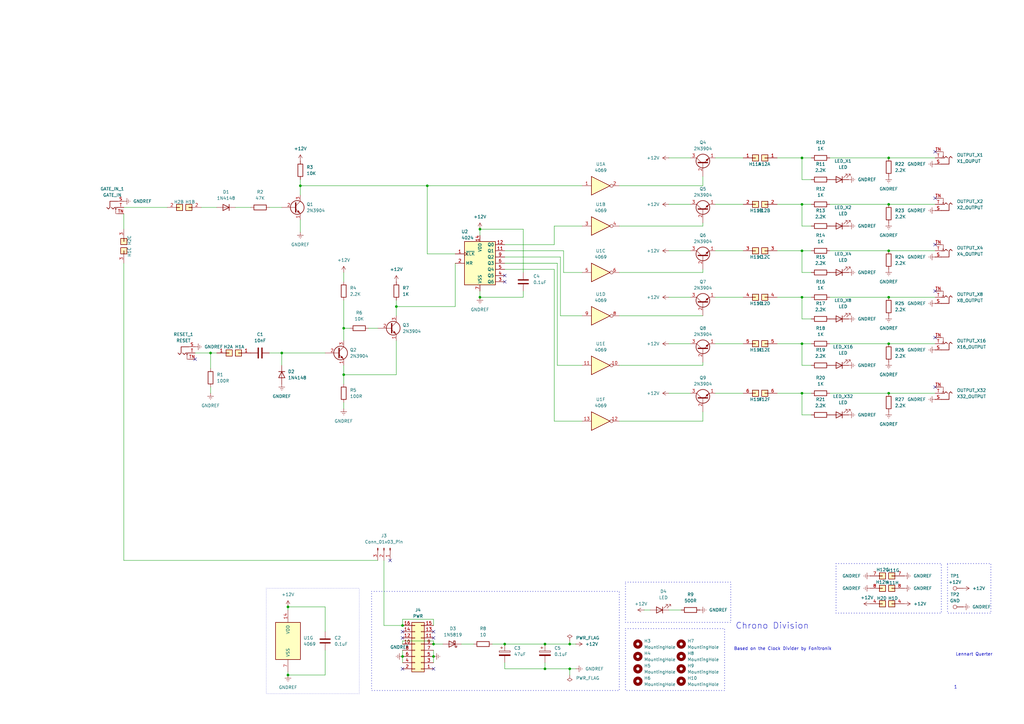
<source format=kicad_sch>
(kicad_sch (version 20231120) (generator "eeschema") (generator_version "8.0")
  (paper "A3")
  (junction (at 196.85 93.98))
  (junction (at 115.57 144.78))
  (junction (at 118.11 248.92))
  (junction (at 233.68 274.32))
  (junction (at 118.11 276.86))
  (junction (at 165.1 269.24))
  (junction (at 364.49 161.29))
  (junction (at 123.19 76.2))
  (junction (at 162.56 125.73))
  (junction (at 175.26 76.2))
  (junction (at 328.93 140.97))
  (junction (at 364.49 140.97))
  (junction (at 364.49 102.87))
  (junction (at 223.52 264.16))
  (junction (at 196.85 121.92))
  (junction (at 233.68 264.16))
  (junction (at 140.97 153.67))
  (junction (at 364.49 83.82))
  (junction (at 328.93 161.29))
  (junction (at 207.01 264.16))
  (junction (at 177.8 264.16))
  (junction (at 364.49 64.77))
  (junction (at 177.8 269.24))
  (junction (at 165.1 256.54))
  (junction (at 223.52 274.32))
  (junction (at 328.93 64.77))
  (junction (at 140.97 134.62))
  (junction (at 86.36 144.78))
  (junction (at 328.93 83.82))
  (junction (at 328.93 102.87))
  (junction (at 364.49 121.92))
  (junction (at 328.93 121.92))
  (no_connect (at 177.8 261.62))
  (no_connect (at 383.54 62.23))
  (no_connect (at 165.1 274.32))
  (no_connect (at 80.01 147.32))
  (no_connect (at 383.54 158.75))
  (no_connect (at 383.54 100.33))
  (no_connect (at 177.8 274.32))
  (no_connect (at 383.54 138.43))
  (no_connect (at 383.54 81.28))
  (no_connect (at 207.01 115.57))
  (no_connect (at 207.01 113.03))
  (no_connect (at 383.54 119.38))
  (no_connect (at 165.1 261.62))
  (no_connect (at 177.8 259.08))
  (no_connect (at 160.02 229.87))
  (no_connect (at 165.1 259.08))
  (wire (pts (xy 207.01 102.87) (xy 231.14 102.87)))
  (wire (pts (xy 140.97 134.62) (xy 140.97 139.7)))
  (wire (pts (xy 123.19 73.66) (xy 123.19 76.2)))
  (wire (pts (xy 227.33 92.71) (xy 238.76 92.71)))
  (wire (pts (xy 133.35 276.86) (xy 118.11 276.86)))
  (wire (pts (xy 207.01 105.41) (xy 229.87 105.41)))
  (wire (pts (xy 264.16 250.19) (xy 266.7 250.19)))
  (wire (pts (xy 328.93 161.29) (xy 328.93 170.18)))
  (wire (pts (xy 340.36 102.87) (xy 364.49 102.87)))
  (wire (pts (xy 293.37 121.92) (xy 304.8 121.92)))
  (wire (pts (xy 177.8 269.24) (xy 177.8 271.78)))
  (wire (pts (xy 207.01 271.78) (xy 207.01 274.32)))
  (wire (pts (xy 140.97 149.86) (xy 140.97 153.67)))
  (wire (pts (xy 227.33 100.33) (xy 227.33 92.71)))
  (wire (pts (xy 229.87 105.41) (xy 229.87 129.54)))
  (wire (pts (xy 207.01 264.16) (xy 223.52 264.16)))
  (wire (pts (xy 233.68 274.32) (xy 236.22 274.32)))
  (wire (pts (xy 328.93 102.87) (xy 332.74 102.87)))
  (wire (pts (xy 328.93 140.97) (xy 332.74 140.97)))
  (wire (pts (xy 231.14 111.76) (xy 238.76 111.76)))
  (wire (pts (xy 227.33 172.72) (xy 238.76 172.72)))
  (wire (pts (xy 274.32 64.77) (xy 283.21 64.77)))
  (wire (pts (xy 207.01 110.49) (xy 227.33 110.49)))
  (wire (pts (xy 274.32 161.29) (xy 283.21 161.29)))
  (wire (pts (xy 162.56 153.67) (xy 140.97 153.67)))
  (wire (pts (xy 328.93 64.77) (xy 328.93 73.66)))
  (wire (pts (xy 254 76.2) (xy 288.29 76.2)))
  (wire (pts (xy 162.56 139.7) (xy 162.56 153.67)))
  (wire (pts (xy 82.55 85.09) (xy 88.9 85.09)))
  (wire (pts (xy 233.68 262.89) (xy 233.68 264.16)))
  (wire (pts (xy 318.77 161.29) (xy 328.93 161.29)))
  (wire (pts (xy 318.77 140.97) (xy 328.93 140.97)))
  (wire (pts (xy 181.61 264.16) (xy 177.8 264.16)))
  (wire (pts (xy 140.97 134.62) (xy 143.51 134.62)))
  (wire (pts (xy 186.69 104.14) (xy 175.26 104.14)))
  (wire (pts (xy 328.93 130.81) (xy 332.74 130.81)))
  (wire (pts (xy 115.57 144.78) (xy 115.57 149.86)))
  (wire (pts (xy 162.56 125.73) (xy 162.56 129.54)))
  (wire (pts (xy 175.26 76.2) (xy 123.19 76.2)))
  (wire (pts (xy 140.97 167.64) (xy 140.97 165.1)))
  (wire (pts (xy 115.57 144.78) (xy 110.49 144.78)))
  (wire (pts (xy 207.01 274.32) (xy 223.52 274.32)))
  (wire (pts (xy 364.49 64.77) (xy 383.54 64.77)))
  (wire (pts (xy 86.36 144.78) (xy 88.9 144.78)))
  (wire (pts (xy 86.36 144.78) (xy 86.36 151.13)))
  (wire (pts (xy 288.29 149.86) (xy 288.29 148.59)))
  (wire (pts (xy 288.29 76.2) (xy 288.29 72.39)))
  (wire (pts (xy 254 92.71) (xy 288.29 92.71)))
  (wire (pts (xy 175.26 76.2) (xy 175.26 104.14)))
  (wire (pts (xy 50.8 87.63) (xy 50.8 93.98)))
  (wire (pts (xy 328.93 73.66) (xy 332.74 73.66)))
  (wire (pts (xy 293.37 64.77) (xy 304.8 64.77)))
  (wire (pts (xy 162.56 123.19) (xy 162.56 125.73)))
  (wire (pts (xy 279.4 250.19) (xy 274.32 250.19)))
  (wire (pts (xy 288.29 91.44) (xy 288.29 92.71)))
  (wire (pts (xy 118.11 248.92) (xy 118.11 250.19)))
  (wire (pts (xy 177.8 264.16) (xy 177.8 262.89)))
  (wire (pts (xy 328.93 140.97) (xy 328.93 149.86)))
  (wire (pts (xy 228.6 107.95) (xy 228.6 149.86)))
  (wire (pts (xy 151.13 134.62) (xy 154.94 134.62)))
  (wire (pts (xy 293.37 161.29) (xy 304.8 161.29)))
  (wire (pts (xy 364.49 140.97) (xy 383.54 140.97)))
  (wire (pts (xy 165.1 266.7) (xy 165.1 269.24)))
  (wire (pts (xy 214.63 111.76) (xy 214.63 93.98)))
  (wire (pts (xy 133.35 259.08) (xy 133.35 248.92)))
  (wire (pts (xy 328.93 83.82) (xy 332.74 83.82)))
  (wire (pts (xy 318.77 121.92) (xy 328.93 121.92)))
  (wire (pts (xy 288.29 149.86) (xy 254 149.86)))
  (wire (pts (xy 229.87 129.54) (xy 238.76 129.54)))
  (wire (pts (xy 123.19 76.2) (xy 123.19 80.01)))
  (wire (pts (xy 165.1 269.24) (xy 165.1 271.78)))
  (wire (pts (xy 274.32 121.92) (xy 283.21 121.92)))
  (wire (pts (xy 177.8 266.7) (xy 177.8 269.24)))
  (wire (pts (xy 340.36 161.29) (xy 364.49 161.29)))
  (wire (pts (xy 328.93 102.87) (xy 328.93 111.76)))
  (wire (pts (xy 177.8 256.54) (xy 177.8 254)))
  (wire (pts (xy 140.97 153.67) (xy 140.97 157.48)))
  (wire (pts (xy 214.63 119.38) (xy 214.63 121.92)))
  (wire (pts (xy 228.6 149.86) (xy 238.76 149.86)))
  (wire (pts (xy 177.8 262.89) (xy 165.1 262.89)))
  (wire (pts (xy 288.29 129.54) (xy 254 129.54)))
  (wire (pts (xy 80.01 144.78) (xy 86.36 144.78)))
  (wire (pts (xy 274.32 140.97) (xy 283.21 140.97)))
  (wire (pts (xy 50.8 85.09) (xy 68.58 85.09)))
  (wire (pts (xy 340.36 140.97) (xy 364.49 140.97)))
  (wire (pts (xy 223.52 271.78) (xy 223.52 274.32)))
  (wire (pts (xy 186.69 125.73) (xy 162.56 125.73)))
  (wire (pts (xy 186.69 107.95) (xy 186.69 125.73)))
  (wire (pts (xy 328.93 83.82) (xy 328.93 92.71)))
  (wire (pts (xy 50.8 107.95) (xy 50.8 229.87)))
  (wire (pts (xy 233.68 276.86) (xy 233.68 274.32)))
  (wire (pts (xy 231.14 102.87) (xy 231.14 111.76)))
  (wire (pts (xy 318.77 102.87) (xy 328.93 102.87)))
  (wire (pts (xy 233.68 264.16) (xy 236.22 264.16)))
  (wire (pts (xy 288.29 111.76) (xy 254 111.76)))
  (wire (pts (xy 274.32 102.87) (xy 283.21 102.87)))
  (wire (pts (xy 201.93 264.16) (xy 207.01 264.16)))
  (wire (pts (xy 154.94 229.87) (xy 50.8 229.87)))
  (wire (pts (xy 123.19 95.25) (xy 123.19 90.17)))
  (wire (pts (xy 223.52 274.32) (xy 233.68 274.32)))
  (wire (pts (xy 157.48 256.54) (xy 165.1 256.54)))
  (wire (pts (xy 207.01 100.33) (xy 227.33 100.33)))
  (wire (pts (xy 328.93 111.76) (xy 332.74 111.76)))
  (wire (pts (xy 227.33 110.49) (xy 227.33 172.72)))
  (wire (pts (xy 140.97 123.19) (xy 140.97 134.62)))
  (wire (pts (xy 133.35 266.7) (xy 133.35 276.86)))
  (wire (pts (xy 118.11 276.86) (xy 118.11 275.59)))
  (wire (pts (xy 318.77 83.82) (xy 328.93 83.82)))
  (wire (pts (xy 318.77 64.77) (xy 328.93 64.77)))
  (wire (pts (xy 328.93 121.92) (xy 328.93 130.81)))
  (wire (pts (xy 274.32 83.82) (xy 283.21 83.82)))
  (wire (pts (xy 293.37 140.97) (xy 304.8 140.97)))
  (wire (pts (xy 328.93 161.29) (xy 332.74 161.29)))
  (wire (pts (xy 328.93 92.71) (xy 332.74 92.71)))
  (wire (pts (xy 223.52 264.16) (xy 233.68 264.16)))
  (wire (pts (xy 328.93 121.92) (xy 332.74 121.92)))
  (wire (pts (xy 328.93 64.77) (xy 332.74 64.77)))
  (wire (pts (xy 364.49 83.82) (xy 383.54 83.82)))
  (wire (pts (xy 140.97 111.76) (xy 140.97 115.57)))
  (wire (pts (xy 288.29 172.72) (xy 288.29 168.91)))
  (wire (pts (xy 328.93 170.18) (xy 332.74 170.18)))
  (wire (pts (xy 214.63 93.98) (xy 196.85 93.98)))
  (wire (pts (xy 328.93 149.86) (xy 332.74 149.86)))
  (wire (pts (xy 254 172.72) (xy 288.29 172.72)))
  (wire (pts (xy 196.85 119.38) (xy 196.85 121.92)))
  (wire (pts (xy 364.49 121.92) (xy 383.54 121.92)))
  (wire (pts (xy 165.1 254) (xy 165.1 256.54)))
  (wire (pts (xy 293.37 83.82) (xy 304.8 83.82)))
  (wire (pts (xy 340.36 64.77) (xy 364.49 64.77)))
  (wire (pts (xy 238.76 76.2) (xy 175.26 76.2)))
  (wire (pts (xy 207.01 107.95) (xy 228.6 107.95)))
  (wire (pts (xy 177.8 254) (xy 165.1 254)))
  (wire (pts (xy 364.49 102.87) (xy 383.54 102.87)))
  (wire (pts (xy 293.37 102.87) (xy 304.8 102.87)))
  (wire (pts (xy 340.36 83.82) (xy 364.49 83.82)))
  (wire (pts (xy 86.36 161.29) (xy 86.36 158.75)))
  (wire (pts (xy 133.35 144.78) (xy 115.57 144.78)))
  (wire (pts (xy 189.23 264.16) (xy 194.31 264.16)))
  (wire (pts (xy 288.29 111.76) (xy 288.29 110.49)))
  (wire (pts (xy 110.49 85.09) (xy 115.57 85.09)))
  (wire (pts (xy 157.48 229.87) (xy 157.48 256.54)))
  (wire (pts (xy 133.35 248.92) (xy 118.11 248.92)))
  (wire (pts (xy 364.49 161.29) (xy 383.54 161.29)))
  (wire (pts (xy 196.85 93.98) (xy 196.85 96.52)))
  (wire (pts (xy 165.1 262.89) (xy 165.1 264.16)))
  (wire (pts (xy 196.85 121.92) (xy 214.63 121.92)))
  (wire (pts (xy 340.36 121.92) (xy 364.49 121.92)))
  (wire (pts (xy 96.52 85.09) (xy 102.87 85.09)))
  (rectangle (start 256.54 257.81) (end 297.18 283.21) (stroke (width 0.25) (type dot)))
  (rectangle (start 256.54 238.76) (end 299.72 255.27) (stroke (width 0.25) (type dot)))
  (rectangle (start 109.22 241.3) (end 147.32 284.48) (stroke (width 0) (type dot)))
  (rectangle (start 388.62 231.14) (end 406.4 251.46) (stroke (width 0.254) (type dot)))
  (rectangle (start 152.4 242.57) (end 254 283.21) (stroke (width 0.25) (type dot)))
  (rectangle (start 342.9 231.14) (end 386.08 251.46) (stroke (width 0.254) (type dot)))
  (text "Based on the Clock Divider by Fonitronik" (at 321.056 266.192 0) (effects (font (size 1.27 1.27))))
  (text "Chrono Division" (at 316.738 256.794 0) (effects (font (size 2.54 2.54))))
  (text "1" (at 391.922 281.94 0) (effects (font (size 1.27 1.27))))
  (text "Lennart Querter" (at 399.542 268.478 0) (effects (font (size 1.27 1.27))))
  (symbol (lib_id "power:GNDREF") (at 80.01 142.24 90) (unit 1)
    (property "Reference" "#PWR02" (effects (hide yes)))
    (property "Value" "GNDREF" (at 83.82 142.2399 90) (effects (justify right)))
    (property "Description" "Power symbol creates a global label with name \"GNDREF\" , reference supply ground" (effects (hide yes)))
  )
  (symbol (lib_id "synth:R_Default") (at 336.55 111.76 270) (unit 1)
    (property "Reference" "R15" (at 336.55 105.41 90))
    (property "Value" "2.2K" (at 336.55 107.95 90))
    (property "Footprint" "Synth:R_Default (DIN0207)" (effects (hide yes)))
    (property "Description" "Resistor" (effects (hide yes)))
  )
  (symbol (lib_id "synth:PinSocket_01x08") (at 365.76 236.22 180) (unit 7)
    (property "Reference" "H11" (at 366.268 233.934 0))
    (property "Value" "H4" (effects (hide yes)))
    (property "Footprint" "Synth:PinSocket_1x08_P2.54mm_Vertical" (effects (hide yes)))
    (property "Description" "Generic connector, single row, 01x01, script generated (kicad-library-utils/schlib/autogen/connector/)" (effects (hide yes)))
  )
  (symbol (lib_id "Transistor_BJT:2N3904") (at 288.29 163.83 90) (unit 1)
    (property "Reference" "Q9" (at 288.29 154.94 90))
    (property "Value" "2N3904" (at 288.29 157.48 90))
    (property "Footprint" "Package_TO_SOT_THT:TO-92_HandSolder" (effects (hide yes)))
    (property "Datasheet" "https://www.onsemi.com/pub/Collateral/2N3903-D.PDF" (effects (hide yes)))
    (property "Description" "0.2A Ic, 40V Vce, Small Signal NPN Transistor, TO-92" (effects (hide yes)))
  )
  (symbol (lib_id "4xxx:4069") (at 246.38 111.76 0) (unit 3)
    (property "Reference" "U1" (at 246.38 102.87 0))
    (property "Value" "4069" (at 246.38 105.41 0))
    (property "Footprint" "Package_DIP:DIP-14_W7.62mm_Socket_LongPads" (effects (hide yes)))
    (property "Datasheet" "http://www.intersil.com/content/dam/Intersil/documents/cd40/cd4069ubms.pdf" (effects (hide yes)))
    (property "Description" "Hex inverter" (effects (hide yes)))
  )
  (symbol (lib_id "synth:LED (5mm)") (at 344.17 170.18 180) (unit 1)
    (property "Reference" "LED_X32" (at 345.7575 162.56 0))
    (property "Value" "LED" (at 345.7575 165.1 0))
    (property "Footprint" "Synth:LED_D5.0mm (center Aligned)" (effects (hide yes)))
    (property "Description" "Light emitting diode" (effects (hide yes)))
  )
  (symbol (lib_id "power:GNDREF") (at 115.57 157.48 0) (unit 1)
    (property "Reference" "#PWR04" (effects (hide yes)))
    (property "Value" "GNDREF" (at 115.57 162.56 0))
    (property "Description" "Power symbol creates a global label with name \"GNDREF\" , reference supply ground" (effects (hide yes)))
  )
  (symbol (lib_id "4xxx:4069") (at 246.38 149.86 0) (unit 5)
    (property "Reference" "U1" (at 246.38 140.97 0))
    (property "Value" "4069" (at 246.38 143.51 0))
    (property "Footprint" "Package_DIP:DIP-14_W7.62mm_Socket_LongPads" (effects (hide yes)))
    (property "Datasheet" "http://www.intersil.com/content/dam/Intersil/documents/cd40/cd4069ubms.pdf" (effects (hide yes)))
    (property "Description" "Hex inverter" (effects (hide yes)))
  )
  (symbol (lib_id "4xxx:4069") (at 246.38 129.54 0) (unit 4)
    (property "Reference" "U1" (at 246.38 120.65 0))
    (property "Value" "4069" (at 246.38 123.19 0))
    (property "Footprint" "Package_DIP:DIP-14_W7.62mm_Socket_LongPads" (effects (hide yes)))
    (property "Datasheet" "http://www.intersil.com/content/dam/Intersil/documents/cd40/cd4069ubms.pdf" (effects (hide yes)))
    (property "Description" "Hex inverter" (effects (hide yes)))
  )
  (symbol (lib_id "power:GNDREF") (at 86.36 161.29 0) (unit 1)
    (property "Reference" "#PWR03" (effects (hide yes)))
    (property "Value" "GNDREF" (at 86.36 166.37 0))
    (property "Description" "Power symbol creates a global label with name \"GNDREF\" , reference supply ground" (effects (hide yes)))
  )
  (symbol (lib_id "power:GNDREF") (at 347.98 130.81 90) (unit 1)
    (property "Reference" "#PWR029" (effects (hide yes)))
    (property "Value" "GNDREF" (at 351.79 130.8099 90) (effects (justify right)))
    (property "Description" "Power symbol creates a global label with name \"GNDREF\" , reference supply ground" (effects (hide yes)))
  )
  (symbol (lib_id "synth:AudioJack_Mono_3.5mm") (at 388.62 83.82 180) (unit 1)
    (property "Reference" "OUTPUT_X2" (at 392.43 82.6134 0) (effects (justify right)))
    (property "Value" "X2_OUTPUT" (at 392.43 85.1534 0) (effects (justify right)))
    (property "Footprint" "Synth:Jack_3.5mm_QingPu_WQP-PJ398SM_Vertical_CircularHoles" (effects (hide yes)))
    (property "Description" "Audio Jack, 2 Poles (Mono / TS), Switched T Pole (Normalling)" (effects (hide yes)))
  )
  (symbol (lib_id "power:GNDREF") (at 364.49 110.49 0) (unit 1)
    (property "Reference" "#PWR037" (effects (hide yes)))
    (property "Value" "GNDREF" (at 364.49 115.57 0))
    (property "Description" "Power symbol creates a global label with name \"GNDREF\" , reference supply ground" (effects (hide yes)))
  )
  (symbol (lib_id "synth:PinHeader_01x08") (at 313.69 161.29 180) (unit 6)
    (property "Reference" "H12" (at 315.976 163.83 0) (effects (justify left)))
    (property "Value" "H2" (effects (hide yes)))
    (property "Footprint" "Synth:PinHeader_1x08_P2.54mm_Vertical" (effects (hide yes)))
    (property "Description" "Generic connector, single row, 01x01, script generated (kicad-library-utils/schlib/autogen/connector/)" (effects (hide yes)))
  )
  (symbol (lib_id "synth:R_Default") (at 162.56 119.38 180) (unit 1)
    (property "Reference" "R7" (at 165.1 118.1099 0) (effects (justify right)))
    (property "Value" "1K" (at 165.1 120.6499 0) (effects (justify right)))
    (property "Footprint" "Synth:R_Default (DIN0207)" (effects (hide yes)))
    (property "Description" "Resistor" (effects (hide yes)))
  )
  (symbol (lib_id "synth:PinSocket_01x08") (at 309.88 140.97 0) (unit 5)
    (property "Reference" "H11" (at 307.594 143.51 0) (effects (justify left)))
    (property "Value" "H4" (effects (hide yes)))
    (property "Footprint" "Synth:PinSocket_1x08_P2.54mm_Vertical" (effects (hide yes)))
    (property "Description" "Generic connector, single row, 01x01, script generated (kicad-library-utils/schlib/autogen/connector/)" (effects (hide yes)))
  )
  (symbol (lib_id "synth:PinSocket_01x04") (at 77.47 85.09 180) (unit 2)
    (property "Reference" "H1" (at 77.978 82.804 0))
    (property "Value" "H6" (effects (hide yes)))
    (property "Footprint" "Synth:PinSocket_1x04_P2.54mm_Vertical" (effects (hide yes)))
    (property "Description" "Generic connector, single row, 01x01, script generated (kicad-library-utils/schlib/autogen/connector/)" (effects (hide yes)))
  )
  (symbol (lib_id "power:GNDREF") (at 123.19 95.25 0) (unit 1)
    (property "Reference" "#PWR08" (effects (hide yes)))
    (property "Value" "GNDREF" (at 123.19 100.33 0))
    (property "Description" "Power symbol creates a global label with name \"GNDREF\" , reference supply ground" (effects (hide yes)))
  )
  (symbol (lib_id "synth:AudioJack_Mono_3.5mm") (at 388.62 121.92 180) (unit 1)
    (property "Reference" "OUTPUT_X8" (at 392.43 120.7134 0) (effects (justify right)))
    (property "Value" "X8_OUTPUT" (at 392.43 123.2534 0) (effects (justify right)))
    (property "Footprint" "Synth:Jack_3.5mm_QingPu_WQP-PJ398SM_Vertical_CircularHoles" (effects (hide yes)))
    (property "Description" "Audio Jack, 2 Poles (Mono / TS), Switched T Pole (Normalling)" (effects (hide yes)))
  )
  (symbol (lib_id "synth:R_Default") (at 123.19 69.85 180) (unit 1)
    (property "Reference" "R3" (at 125.73 68.5799 0) (effects (justify right)))
    (property "Value" "10K" (at 125.73 71.1199 0) (effects (justify right)))
    (property "Footprint" "Synth:R_Default (DIN0207)" (effects (hide yes)))
    (property "Description" "Resistor" (effects (hide yes)))
  )
  (symbol (lib_id "Transistor_BJT:2N3904") (at 288.29 124.46 90) (unit 1)
    (property "Reference" "Q7" (at 288.29 115.57 90))
    (property "Value" "2N3904" (at 288.29 118.11 90))
    (property "Footprint" "Package_TO_SOT_THT:TO-92_HandSolder" (effects (hide yes)))
    (property "Datasheet" "https://www.onsemi.com/pub/Collateral/2N3903-D.PDF" (effects (hide yes)))
    (property "Description" "0.2A Ic, 40V Vce, Small Signal NPN Transistor, TO-92" (effects (hide yes)))
  )
  (symbol (lib_id "synth:PinSocket_01x08") (at 309.88 83.82 0) (unit 2)
    (property "Reference" "H11" (at 307.594 86.36 0) (effects (justify left)))
    (property "Value" "H4" (effects (hide yes)))
    (property "Footprint" "Synth:PinSocket_1x08_P2.54mm_Vertical" (effects (hide yes)))
    (property "Description" "Generic connector, single row, 01x01, script generated (kicad-library-utils/schlib/autogen/connector/)" (effects (hide yes)))
  )
  (symbol (lib_id "power:+12V") (at 274.32 64.77 90) (unit 1)
    (property "Reference" "#PWR019" (effects (hide yes)))
    (property "Value" "+12V" (at 270.51 64.7699 90) (effects (justify left)))
    (property "Description" "Power symbol creates a global label with name \"+12V\"" (effects (hide yes)))
  )
  (symbol (lib_id "power:GNDREF") (at 383.54 67.31 270) (unit 1)
    (property "Reference" "#PWR044" (effects (hide yes)))
    (property "Value" "GNDREF" (at 379.73 67.3099 90) (effects (justify right)))
    (property "Description" "Power symbol creates a global label with name \"GNDREF\" , reference supply ground" (effects (hide yes)))
  )
  (symbol (lib_id "Transistor_BJT:2N3904") (at 288.29 67.31 90) (unit 1)
    (property "Reference" "Q4" (at 288.29 58.42 90))
    (property "Value" "2N3904" (at 288.29 60.96 90))
    (property "Footprint" "Package_TO_SOT_THT:TO-92_HandSolder" (effects (hide yes)))
    (property "Datasheet" "https://www.onsemi.com/pub/Collateral/2N3903-D.PDF" (effects (hide yes)))
    (property "Description" "0.2A Ic, 40V Vce, Small Signal NPN Transistor, TO-92" (effects (hide yes)))
  )
  (symbol (lib_id "power:+12V") (at 274.32 140.97 90) (unit 1)
    (property "Reference" "#PWR023" (effects (hide yes)))
    (property "Value" "+12V" (at 270.51 140.9699 90) (effects (justify left)))
    (property "Description" "Power symbol creates a global label with name \"+12V\"" (effects (hide yes)))
  )
  (symbol (lib_id "synth:AudioJack_Mono_3.5mm") (at 388.62 102.87 180) (unit 1)
    (property "Reference" "OUTPUT_X4" (at 392.43 101.6634 0) (effects (justify right)))
    (property "Value" "X4_OUTPUT" (at 392.43 104.2034 0) (effects (justify right)))
    (property "Footprint" "Synth:Jack_3.5mm_QingPu_WQP-PJ398SM_Vertical_CircularHoles" (effects (hide yes)))
    (property "Description" "Audio Jack, 2 Poles (Mono / TS), Switched T Pole (Normalling)" (effects (hide yes)))
  )
  (symbol (lib_id "synth:D_Signal (1N4148)") (at 92.71 85.09 180) (unit 1)
    (property "Reference" "D1" (at 92.71 78.74 0))
    (property "Value" "1N4148" (at 92.71 81.28 0))
    (property "Footprint" "Synth:D_DO-35_SOD27_P7.62mm_Horizontal" (effects (hide yes)))
    (property "Datasheet" "https://assets.nexperia.com/documents/data-sheet/1N4148_1N4448.pdf" (effects (hide yes)))
    (property "Description" "100V 0.15A standard switching diode, DO-35" (effects (hide yes)))
    (property "Sim.Device" "D" (effects (hide yes)))
    (property "Sim.Pins" "1=K 2=A" (effects (hide yes)))
  )
  (symbol (lib_id "synth:R_Default") (at 336.55 92.71 270) (unit 1)
    (property "Reference" "R13" (at 336.55 86.36 90))
    (property "Value" "2.2K" (at 336.55 88.9 90))
    (property "Footprint" "Synth:R_Default (DIN0207)" (effects (hide yes)))
    (property "Description" "Resistor" (effects (hide yes)))
  )
  (symbol (lib_id "power:GNDREF") (at 364.49 91.44 0) (unit 1)
    (property "Reference" "#PWR036" (effects (hide yes)))
    (property "Value" "GNDREF" (at 364.49 96.52 0))
    (property "Description" "Power symbol creates a global label with name \"GNDREF\" , reference supply ground" (effects (hide yes)))
  )
  (symbol (lib_id "Mechanical:MountingHole") (at 279.4 274.32 0) (unit 1) (exclude_from_sim yes) (in_bom no)
    (property "Reference" "H9" (at 281.94 273.0499 0) (effects (justify left)))
    (property "Value" "MountingHole" (at 281.94 275.5899 0) (effects (justify left)))
    (property "Footprint" "MountingHole:MountingHole_3.2mm_M3" (effects (hide yes)))
    (property "Description" "Mounting Hole without connection" (effects (hide yes)))
  )
  (symbol (lib_id "power:+12V") (at 123.19 66.04 0) (unit 1)
    (property "Reference" "#PWR07" (effects (hide yes)))
    (property "Value" "+12V" (at 123.19 60.96 0))
    (property "Description" "Power symbol creates a global label with name \"+12V\"" (effects (hide yes)))
  )
  (symbol (lib_id "Device:C") (at 133.35 262.89 0) (unit 1)
    (property "Reference" "C2" (at 137.16 261.6199 0) (effects (justify left)))
    (property "Value" "0.1uF" (at 137.16 264.1599 0) (effects (justify left)))
    (property "Footprint" "Capacitor_THT:C_Rect_L4.6mm_W2.0mm_P2.50mm_MKS02_FKP02" (effects (hide yes)))
    (property "Description" "Unpolarized capacitor" (effects (hide yes)))
  )
  (symbol (lib_id "synth:LED (5mm)") (at 344.17 111.76 180) (unit 1)
    (property "Reference" "LED_X4" (at 345.7575 104.14 0))
    (property "Value" "LED" (at 345.7575 106.68 0))
    (property "Footprint" "Synth:LED_D5.0mm (center Aligned)" (effects (hide yes)))
    (property "Description" "Light emitting diode" (effects (hide yes)))
  )
  (symbol (lib_id "power:GNDREF") (at 383.54 105.41 270) (unit 1)
    (property "Reference" "#PWR046" (effects (hide yes)))
    (property "Value" "GNDREF" (at 379.73 105.4099 90) (effects (justify right)))
    (property "Description" "Power symbol creates a global label with name \"GNDREF\" , reference supply ground" (effects (hide yes)))
  )
  (symbol (lib_id "synth:R_Default") (at 336.55 64.77 270) (unit 1)
    (property "Reference" "R10" (at 336.55 58.42 90))
    (property "Value" "1K" (at 336.55 60.96 90))
    (property "Footprint" "Synth:R_Default (DIN0207)" (effects (hide yes)))
    (property "Description" "Resistor" (effects (hide yes)))
  )
  (symbol (lib_id "synth:PinHeader_01x08") (at 313.69 83.82 180) (unit 2)
    (property "Reference" "H12" (at 315.976 86.36 0) (effects (justify left)))
    (property "Value" "H2" (effects (hide yes)))
    (property "Footprint" "Synth:PinHeader_1x08_P2.54mm_Vertical" (effects (hide yes)))
    (property "Description" "Generic connector, single row, 01x01, script generated (kicad-library-utils/schlib/autogen/connector/)" (effects (hide yes)))
  )
  (symbol (lib_id "synth:R_Default") (at 336.55 161.29 270) (unit 1)
    (property "Reference" "R20" (at 336.55 154.94 90))
    (property "Value" "1K" (at 336.55 157.48 90))
    (property "Footprint" "Synth:R_Default (DIN0207)" (effects (hide yes)))
    (property "Description" "Resistor" (effects (hide yes)))
  )
  (symbol (lib_id "synth:PinHeader_01x08") (at 361.95 236.22 0) (unit 7)
    (property "Reference" "H12" (at 359.41 233.68 0) (effects (justify left)))
    (property "Value" "H2" (effects (hide yes)))
    (property "Footprint" "Synth:PinHeader_1x08_P2.54mm_Vertical" (effects (hide yes)))
    (property "Description" "Generic connector, single row, 01x01, script generated (kicad-library-utils/schlib/autogen/connector/)" (effects (hide yes)))
  )
  (symbol (lib_id "synth:PinHeader_01x04") (at 361.95 247.65 0) (unit 4)
    (property "Reference" "H2" (at 359.664 245.364 0) (effects (justify left)))
    (property "Value" "H5" (effects (hide yes)))
    (property "Footprint" "Synth:PinHeader_1x04_P2.54mm_Vertical" (effects (hide yes)))
    (property "Description" "Generic connector, single row, 01x01, script generated (kicad-library-utils/schlib/autogen/connector/)" (effects (hide yes)))
  )
  (symbol (lib_id "synth:R_Default") (at 364.49 87.63 0) (unit 1)
    (property "Reference" "R23" (at 367.03 86.3599 0) (effects (justify left)))
    (property "Value" "2.2K" (at 367.03 88.8999 0) (effects (justify left)))
    (property "Footprint" "Synth:R_Default (DIN0207)" (effects (hide yes)))
    (property "Description" "Resistor" (effects (hide yes)))
  )
  (symbol (lib_id "power:GNDREF") (at 347.98 149.86 90) (unit 1)
    (property "Reference" "#PWR030" (effects (hide yes)))
    (property "Value" "GNDREF" (at 351.79 149.8599 90) (effects (justify right)))
    (property "Description" "Power symbol creates a global label with name \"GNDREF\" , reference supply ground" (effects (hide yes)))
  )
  (symbol (lib_id "synth:AudioJack_Mono_3.5mm") (at 388.62 161.29 180) (unit 1)
    (property "Reference" "OUTPUT_X32" (at 392.43 160.0834 0) (effects (justify right)))
    (property "Value" "X32_OUTPUT" (at 392.43 162.6234 0) (effects (justify right)))
    (property "Footprint" "Synth:Jack_3.5mm_QingPu_WQP-PJ398SM_Vertical_CircularHoles" (effects (hide yes)))
    (property "Description" "Audio Jack, 2 Poles (Mono / TS), Switched T Pole (Normalling)" (effects (hide yes)))
  )
  (symbol (lib_id "Mechanical:MountingHole") (at 261.62 279.4 0) (unit 1) (exclude_from_sim yes) (in_bom no)
    (property "Reference" "H6" (at 264.16 278.1299 0) (effects (justify left)))
    (property "Value" "MountingHole" (at 264.16 280.6699 0) (effects (justify left)))
    (property "Footprint" "MountingHole:MountingHole_3.2mm_M3" (effects (hide yes)))
    (property "Description" "Mounting Hole without connection" (effects (hide yes)))
  )
  (symbol (lib_id "synth:R_Default") (at 86.36 154.94 180) (unit 1)
    (property "Reference" "R1" (at 88.9 153.6699 0) (effects (justify right)))
    (property "Value" "100R" (at 88.9 156.2099 0) (effects (justify right)))
    (property "Footprint" "Synth:R_Default (DIN0207)" (effects (hide yes)))
    (property "Description" "Resistor" (effects (hide yes)))
  )
  (symbol (lib_id "power:GNDREF") (at 356.87 241.3 270) (unit 1)
    (property "Reference" "#PWR033" (effects (hide yes)))
    (property "Value" "GNDREF" (at 353.06 241.3001 90) (effects (justify right)))
    (property "Description" "Power symbol creates a global label with name \"GNDREF\" , reference supply ground" (effects (hide yes)))
  )
  (symbol (lib_id "power:+12V") (at 370.84 247.65 270) (unit 1)
    (property "Reference" "#PWR043" (effects (hide yes)))
    (property "Value" "+12V" (at 374.65 247.6499 90) (effects (justify left)))
    (property "Description" "Power symbol creates a global label with name \"+12V\"" (effects (hide yes)))
  )
  (symbol (lib_id "Mechanical:MountingHole") (at 279.4 264.16 0) (unit 1) (exclude_from_sim yes) (in_bom no)
    (property "Reference" "H7" (at 281.94 262.8899 0) (effects (justify left)))
    (property "Value" "MountingHole" (at 281.94 265.4299 0) (effects (justify left)))
    (property "Footprint" "MountingHole:MountingHole_3.2mm_M3" (effects (hide yes)))
    (property "Description" "Mounting Hole without connection" (effects (hide yes)))
  )
  (symbol (lib_id "power:GNDREF") (at 383.54 86.36 270) (unit 1)
    (property "Reference" "#PWR045" (effects (hide yes)))
    (property "Value" "GNDREF" (at 379.73 86.3599 90) (effects (justify right)))
    (property "Description" "Power symbol creates a global label with name \"GNDREF\" , reference supply ground" (effects (hide yes)))
  )
  (symbol (lib_id "power:GNDREF") (at 287.02 250.19 90) (unit 1)
    (property "Reference" "#PWR025" (effects (hide yes)))
    (property "Value" "GNDREF" (at 290.83 250.1899 90) (effects (justify right)))
    (property "Description" "Power symbol creates a global label with name \"GNDREF\" , reference supply ground" (effects (hide yes)))
  )
  (symbol (lib_id "synth:PinSocket_01x04") (at 365.76 247.65 180) (unit 4)
    (property "Reference" "H1" (at 366.268 245.364 0))
    (property "Value" "H6" (effects (hide yes)))
    (property "Footprint" "Synth:PinSocket_1x04_P2.54mm_Vertical" (effects (hide yes)))
    (property "Description" "Generic connector, single row, 01x01, script generated (kicad-library-utils/schlib/autogen/connector/)" (effects (hide yes)))
  )
  (symbol (lib_id "Connector:TestPoint") (at 394.97 241.3 90) (unit 1)
    (property "Reference" "TP1" (at 391.668 236.22 90))
    (property "Value" "+12V" (at 391.668 238.76 90))
    (property "Footprint" "Connector_Pin:Pin_D1.0mm_L10.0mm" (effects (hide yes)))
    (property "Description" "test point" (effects (hide yes)))
  )
  (symbol (lib_id "synth:PinSocket_01x08") (at 365.76 241.3 180) (unit 8)
    (property "Reference" "H11" (at 366.014 239.014 0))
    (property "Value" "H4" (effects (hide yes)))
    (property "Footprint" "Synth:PinSocket_1x08_P2.54mm_Vertical" (effects (hide yes)))
    (property "Description" "Generic connector, single row, 01x01, script generated (kicad-library-utils/schlib/autogen/connector/)" (effects (hide yes)))
  )
  (symbol (lib_id "power:+12V") (at 274.32 83.82 90) (unit 1)
    (property "Reference" "#PWR020" (effects (hide yes)))
    (property "Value" "+12V" (at 270.51 83.8199 90) (effects (justify left)))
    (property "Description" "Power symbol creates a global label with name \"+12V\"" (effects (hide yes)))
  )
  (symbol (lib_id "synth:PinSocket_01x08") (at 309.88 161.29 0) (unit 6)
    (property "Reference" "H11" (at 307.594 163.83 0) (effects (justify left)))
    (property "Value" "H4" (effects (hide yes)))
    (property "Footprint" "Synth:PinSocket_1x08_P2.54mm_Vertical" (effects (hide yes)))
    (property "Description" "Generic connector, single row, 01x01, script generated (kicad-library-utils/schlib/autogen/connector/)" (effects (hide yes)))
  )
  (symbol (lib_id "power:GNDREF") (at 347.98 170.18 90) (unit 1)
    (property "Reference" "#PWR031" (effects (hide yes)))
    (property "Value" "GNDREF" (at 351.79 170.1799 90) (effects (justify right)))
    (property "Description" "Power symbol creates a global label with name \"GNDREF\" , reference supply ground" (effects (hide yes)))
  )
  (symbol (lib_id "Mechanical:MountingHole") (at 261.62 269.24 0) (unit 1) (exclude_from_sim yes) (in_bom no)
    (property "Reference" "H4" (at 264.16 267.9699 0) (effects (justify left)))
    (property "Value" "MountingHole" (at 264.16 270.5099 0) (effects (justify left)))
    (property "Footprint" "MountingHole:MountingHole_3.2mm_M3" (effects (hide yes)))
    (property "Description" "Mounting Hole without connection" (effects (hide yes)))
  )
  (symbol (lib_id "synth:AudioJack_Mono_3.5mm") (at 74.93 144.78 0) (unit 1)
    (property "Reference" "RESET_1" (at 75.2475 137.16 0))
    (property "Value" "RESET" (at 75.2475 139.7 0))
    (property "Footprint" "Synth:Jack_3.5mm_QingPu_WQP-PJ398SM_Vertical_CircularHoles" (effects (hide yes)))
    (property "Description" "Audio Jack, 2 Poles (Mono / TS), Switched T Pole (Normalling)" (effects (hide yes)))
  )
  (symbol (lib_id "power:GNDREF") (at 140.97 167.64 0) (unit 1)
    (property "Reference" "#PWR010" (effects (hide yes)))
    (property "Value" "GNDREF" (at 140.97 172.72 0))
    (property "Description" "Power symbol creates a global label with name \"GNDREF\" , reference supply ground" (effects (hide yes)))
  )
  (symbol (lib_id "4xxx_IEEE:4024") (at 196.85 109.22 0) (unit 1)
    (property "Reference" "U2" (at 189.23 94.996 0) (effects (justify left)))
    (property "Value" "4024" (at 189.23 97.536 0) (effects (justify left)))
    (property "Footprint" "Package_DIP:DIP-14_W7.62mm_Socket_LongPads" (effects (hide yes)))
  )
  (symbol (lib_id "power:GNDREF") (at 364.49 148.59 0) (unit 1)
    (property "Reference" "#PWR039" (effects (hide yes)))
    (property "Value" "GNDREF" (at 364.49 153.67 0))
    (property "Description" "Power symbol creates a global label with name \"GNDREF\" , reference supply ground" (effects (hide yes)))
  )
  (symbol (lib_id "power:GNDREF") (at 177.8 269.24 90) (unit 1)
    (property "Reference" "#PWR013" (effects (hide yes)))
    (property "Value" "GNDREF" (effects (hide yes)))
    (property "Description" "Power symbol creates a global label with name \"GNDREF\" , reference supply ground" (effects (hide yes)))
  )
  (symbol (lib_id "Mechanical:MountingHole") (at 261.62 264.16 0) (unit 1) (exclude_from_sim yes) (in_bom no)
    (property "Reference" "H3" (at 264.16 262.8899 0) (effects (justify left)))
    (property "Value" "MountingHole" (at 264.16 265.4299 0) (effects (justify left)))
    (property "Footprint" "MountingHole:MountingHole_3.2mm_M3" (effects (hide yes)))
    (property "Description" "Mounting Hole without connection" (effects (hide yes)))
  )
  (symbol (lib_id "Transistor_BJT:2N3904") (at 138.43 144.78 0) (unit 1)
    (property "Reference" "Q2" (at 143.51 143.5099 0) (effects (justify left)))
    (property "Value" "2N3904" (at 143.51 146.0499 0) (effects (justify left)))
    (property "Footprint" "Package_TO_SOT_THT:TO-92_HandSolder" (effects (hide yes)))
    (property "Datasheet" "https://www.onsemi.com/pub/Collateral/2N3903-D.PDF" (effects (hide yes)))
    (property "Description" "0.2A Ic, 40V Vce, Small Signal NPN Transistor, TO-92" (effects (hide yes)))
  )
  (symbol (lib_id "synth:R_Default") (at 364.49 68.58 0) (unit 1)
    (property "Reference" "R22" (at 367.03 67.3099 0) (effects (justify left)))
    (property "Value" "2.2K" (at 367.03 69.8499 0) (effects (justify left)))
    (property "Footprint" "Synth:R_Default (DIN0207)" (effects (hide yes)))
    (property "Description" "Resistor" (effects (hide yes)))
  )
  (symbol (lib_id "synth:R_Default") (at 336.55 73.66 270) (unit 1)
    (property "Reference" "R11" (at 336.55 67.31 90))
    (property "Value" "2.2K" (at 336.55 69.85 90))
    (property "Footprint" "Synth:R_Default (DIN0207)" (effects (hide yes)))
    (property "Description" "Resistor" (effects (hide yes)))
  )
  (symbol (lib_id "power:+12V") (at 140.97 111.76 0) (unit 1)
    (property "Reference" "#PWR09" (effects (hide yes)))
    (property "Value" "+12V" (at 140.97 106.68 0))
    (property "Description" "Power symbol creates a global label with name \"+12V\"" (effects (hide yes)))
  )
  (symbol (lib_id "Device:R") (at 198.12 264.16 90) (unit 1)
    (property "Reference" "R8" (at 198.12 257.81 90))
    (property "Value" "10" (at 198.12 260.35 90))
    (property "Footprint" "Synth:R_Default (DIN0207)" (effects (hide yes)))
    (property "Description" "Resistor" (effects (hide yes)))
  )
  (symbol (lib_id "synth:D_Signal (1N4148)") (at 115.57 153.67 270) (unit 1)
    (property "Reference" "D2" (at 118.11 152.3999 90) (effects (justify left)))
    (property "Value" "1N4148" (at 118.11 154.9399 90) (effects (justify left)))
    (property "Footprint" "Synth:D_DO-35_SOD27_P7.62mm_Horizontal" (effects (hide yes)))
    (property "Datasheet" "https://assets.nexperia.com/documents/data-sheet/1N4148_1N4448.pdf" (effects (hide yes)))
    (property "Description" "100V 0.15A standard switching diode, DO-35" (effects (hide yes)))
    (property "Sim.Device" "D" (effects (hide yes)))
    (property "Sim.Pins" "1=K 2=A" (effects (hide yes)))
  )
  (symbol (lib_id "power:GNDREF") (at 394.97 248.92 90) (unit 1)
    (property "Reference" "#PWR051" (effects (hide yes)))
    (property "Value" "GNDREF" (at 398.78 248.9199 90) (effects (justify right)))
    (property "Description" "Power symbol creates a global label with name \"GNDREF\" , reference supply ground" (effects (hide yes)))
  )
  (symbol (lib_id "synth:LED (5mm)") (at 344.17 92.71 180) (unit 1)
    (property "Reference" "LED_X2" (at 345.7575 85.09 0))
    (property "Value" "LED" (at 345.7575 87.63 0))
    (property "Footprint" "Synth:LED_D5.0mm (center Aligned)" (effects (hide yes)))
    (property "Description" "Light emitting diode" (effects (hide yes)))
  )
  (symbol (lib_id "synth:R_Default") (at 336.55 170.18 270) (unit 1)
    (property "Reference" "R21" (at 336.55 163.83 90))
    (property "Value" "2.2K" (at 336.55 166.37 90))
    (property "Footprint" "Synth:R_Default (DIN0207)" (effects (hide yes)))
    (property "Description" "Resistor" (effects (hide yes)))
  )
  (symbol (lib_id "Mechanical:MountingHole") (at 279.4 279.4 0) (unit 1) (exclude_from_sim yes) (in_bom no)
    (property "Reference" "H10" (at 281.94 278.1299 0) (effects (justify left)))
    (property "Value" "MountingHole" (at 281.94 280.6699 0) (effects (justify left)))
    (property "Footprint" "MountingHole:MountingHole_3.2mm_M3" (effects (hide yes)))
    (property "Description" "Mounting Hole without connection" (effects (hide yes)))
  )
  (symbol (lib_id "Transistor_BJT:2N3904") (at 288.29 143.51 90) (unit 1)
    (property "Reference" "Q8" (at 288.29 134.62 90))
    (property "Value" "2N3904" (at 288.29 137.16 90))
    (property "Footprint" "Package_TO_SOT_THT:TO-92_HandSolder" (effects (hide yes)))
    (property "Datasheet" "https://www.onsemi.com/pub/Collateral/2N3903-D.PDF" (effects (hide yes)))
    (property "Description" "0.2A Ic, 40V Vce, Small Signal NPN Transistor, TO-92" (effects (hide yes)))
  )
  (symbol (lib_id "4xxx:4069") (at 246.38 92.71 0) (unit 2)
    (property "Reference" "U1" (at 246.38 83.82 0))
    (property "Value" "4069" (at 246.38 86.36 0))
    (property "Footprint" "Package_DIP:DIP-14_W7.62mm_Socket_LongPads" (effects (hide yes)))
    (property "Datasheet" "http://www.intersil.com/content/dam/Intersil/documents/cd40/cd4069ubms.pdf" (effects (hide yes)))
    (property "Description" "Hex inverter" (effects (hide yes)))
  )
  (symbol (lib_id "power:GNDREF") (at 50.8 82.55 90) (unit 1)
    (property "Reference" "#PWR01" (effects (hide yes)))
    (property "Value" "GNDREF" (at 54.61 82.5499 90) (effects (justify right)))
    (property "Description" "Power symbol creates a global label with name \"GNDREF\" , reference supply ground" (effects (hide yes)))
  )
  (symbol (lib_id "synth:C_sm (MKS)") (at 106.68 144.78 90) (unit 1)
    (property "Reference" "C1" (at 106.68 137.16 90))
    (property "Value" "10nF" (at 106.68 139.7 90))
    (property "Footprint" "Synth:C_RECT_WIMA_0.1uF" (effects (hide yes)))
    (property "Description" "Unpolarized capacitor" (effects (hide yes)))
  )
  (symbol (lib_id "power:GNDREF") (at 370.84 236.22 90) (unit 1)
    (property "Reference" "#PWR041" (effects (hide yes)))
    (property "Value" "GNDREF" (at 374.65 236.2201 90) (effects (justify right)))
    (property "Description" "Power symbol creates a global label with name \"GNDREF\" , reference supply ground" (effects (hide yes)))
  )
  (symbol (lib_id "synth:PinSocket_01x04") (at 97.79 144.78 180) (unit 1)
    (property "Reference" "H1" (at 98.298 142.24 0))
    (property "Value" "H6" (effects (hide yes)))
    (property "Footprint" "Synth:PinSocket_1x04_P2.54mm_Vertical" (effects (hide yes)))
    (property "Description" "Generic connector, single row, 01x01, script generated (kicad-library-utils/schlib/autogen/connector/)" (effects (hide yes)))
  )
  (symbol (lib_id "power:GNDREF") (at 370.84 241.3 90) (unit 1)
    (property "Reference" "#PWR042" (effects (hide yes)))
    (property "Value" "GNDREF" (at 374.65 241.3001 90) (effects (justify right)))
    (property "Description" "Power symbol creates a global label with name \"GNDREF\" , reference supply ground" (effects (hide yes)))
  )
  (symbol (lib_id "power:+12V") (at 356.87 247.65 90) (unit 1)
    (property "Reference" "#PWR034" (effects (hide yes)))
    (property "Value" "+12V" (at 355.6 245.11 90))
    (property "Description" "Power symbol creates a global label with name \"+12V\"" (effects (hide yes)))
  )
  (symbol (lib_id "power:GNDREF") (at 347.98 92.71 90) (unit 1)
    (property "Reference" "#PWR027" (effects (hide yes)))
    (property "Value" "GNDREF" (at 351.79 92.7099 90) (effects (justify right)))
    (property "Description" "Power symbol creates a global label with name \"GNDREF\" , reference supply ground" (effects (hide yes)))
  )
  (symbol (lib_id "Device:C_Polarized") (at 223.52 267.97 0) (unit 1)
    (property "Reference" "C5" (at 227.33 265.8109 0) (effects (justify left)))
    (property "Value" "0.1uF" (at 227.33 268.3509 0) (effects (justify left)))
    (property "Footprint" "Capacitor_THT:CP_Radial_D4.0mm_P2.00mm" (effects (hide yes)))
    (property "Description" "Polarized capacitor" (effects (hide yes)))
  )
  (symbol (lib_id "synth:PinHeader_01x04") (at 50.8 99.06 270) (unit 3)
    (property "Reference" "H2" (at 53.086 96.52 0) (effects (justify left)))
    (property "Value" "H5" (effects (hide yes)))
    (property "Footprint" "Synth:PinHeader_1x04_P2.54mm_Vertical" (effects (hide yes)))
    (property "Description" "Generic connector, single row, 01x01, script generated (kicad-library-utils/schlib/autogen/connector/)" (effects (hide yes)))
  )
  (symbol (lib_id "power:+12V") (at 162.56 115.57 0) (unit 1)
    (property "Reference" "#PWR011" (effects (hide yes)))
    (property "Value" "+12V" (at 162.56 110.49 0))
    (property "Description" "Power symbol creates a global label with name \"+12V\"" (effects (hide yes)))
  )
  (symbol (lib_id "power:GNDREF") (at 165.1 269.24 270) (unit 1)
    (property "Reference" "#PWR012" (effects (hide yes)))
    (property "Value" "GNDREF" (at 163.83 265.43 90))
    (property "Description" "Power symbol creates a global label with name \"GNDREF\" , reference supply ground" (effects (hide yes)))
  )
  (symbol (lib_id "synth:LED (5mm)") (at 344.17 130.81 180) (unit 1)
    (property "Reference" "LED_X8" (at 345.7575 123.19 0))
    (property "Value" "LED" (at 345.7575 125.73 0))
    (property "Footprint" "Synth:LED_D5.0mm (center Aligned)" (effects (hide yes)))
    (property "Description" "Light emitting diode" (effects (hide yes)))
  )
  (symbol (lib_id "power:GNDREF") (at 236.22 274.32 90) (unit 1)
    (property "Reference" "#PWR017" (effects (hide yes)))
    (property "Value" "GNDREF" (at 240.03 274.3199 90) (effects (justify right)))
    (property "Description" "Power symbol creates a global label with name \"GNDREF\" , reference supply ground" (effects (hide yes)))
  )
  (symbol (lib_id "synth:R_Default") (at 147.32 134.62 90) (unit 1)
    (property "Reference" "R6" (at 147.32 128.27 90))
    (property "Value" "10K" (at 147.32 130.81 90))
    (property "Footprint" "Synth:R_Default (DIN0207)" (effects (hide yes)))
    (property "Description" "Resistor" (effects (hide yes)))
  )
  (symbol (lib_id "synth:R_Default") (at 364.49 165.1 0) (unit 1)
    (property "Reference" "R27" (at 367.03 163.8299 0) (effects (justify left)))
    (property "Value" "2.2K" (at 367.03 166.3699 0) (effects (justify left)))
    (property "Footprint" "Synth:R_Default (DIN0207)" (effects (hide yes)))
    (property "Description" "Resistor" (effects (hide yes)))
  )
  (symbol (lib_id "synth:LED (5mm)") (at 344.17 149.86 180) (unit 1)
    (property "Reference" "LED_X16" (at 345.7575 142.24 0))
    (property "Value" "LED" (at 345.7575 144.78 0))
    (property "Footprint" "Synth:LED_D5.0mm (center Aligned)" (effects (hide yes)))
    (property "Description" "Light emitting diode" (effects (hide yes)))
  )
  (symbol (lib_id "synth:R_Default") (at 336.55 102.87 270) (unit 1)
    (property "Reference" "R14" (at 336.55 96.52 90))
    (property "Value" "1K" (at 336.55 99.06 90))
    (property "Footprint" "Synth:R_Default (DIN0207)" (effects (hide yes)))
    (property "Description" "Resistor" (effects (hide yes)))
  )
  (symbol (lib_id "synth:PinHeader_01x08") (at 361.95 241.3 0) (unit 8)
    (property "Reference" "H12" (at 359.156 238.76 0) (effects (justify left)))
    (property "Value" "H2" (effects (hide yes)))
    (property "Footprint" "Synth:PinHeader_1x08_P2.54mm_Vertical" (effects (hide yes)))
    (property "Description" "Generic connector, single row, 01x01, script generated (kicad-library-utils/schlib/autogen/connector/)" (effects (hide yes)))
  )
  (symbol (lib_id "Device:C") (at 214.63 115.57 0) (unit 1)
    (property "Reference" "C4" (at 218.694 113.284 0) (effects (justify left)))
    (property "Value" "0.1uF" (at 218.694 115.824 0) (effects (justify left)))
    (property "Footprint" "Capacitor_THT:C_Rect_L4.6mm_W2.0mm_P2.50mm_MKS02_FKP02" (effects (hide yes)))
    (property "Description" "Unpolarized capacitor" (effects (hide yes)))
  )
  (symbol (lib_id "synth:PinSocket_01x08") (at 309.88 102.87 0) (unit 3)
    (property "Reference" "H11" (at 307.594 105.41 0) (effects (justify left)))
    (property "Value" "H4" (effects (hide yes)))
    (property "Footprint" "Synth:PinSocket_1x08_P2.54mm_Vertical" (effects (hide yes)))
    (property "Description" "Generic connector, single row, 01x01, script generated (kicad-library-utils/schlib/autogen/connector/)" (effects (hide yes)))
  )
  (symbol (lib_id "4xxx:4069") (at 118.11 262.89 0) (unit 7)
    (property "Reference" "U1" (at 124.46 261.6199 0) (effects (justify left)))
    (property "Value" "4069" (at 124.46 264.1599 0) (effects (justify left)))
    (property "Footprint" "Package_DIP:DIP-14_W7.62mm_Socket_LongPads" (effects (hide yes)))
    (property "Datasheet" "http://www.intersil.com/content/dam/Intersil/documents/cd40/cd4069ubms.pdf" (effects (hide yes)))
    (property "Description" "Hex inverter" (effects (hide yes)))
  )
  (symbol (lib_id "4xxx:4069") (at 246.38 172.72 0) (unit 6)
    (property "Reference" "U1" (at 246.38 163.83 0))
    (property "Value" "4069" (at 246.38 166.37 0))
    (property "Footprint" "Package_DIP:DIP-14_W7.62mm_Socket_LongPads" (effects (hide yes)))
    (property "Datasheet" "http://www.intersil.com/content/dam/Intersil/documents/cd40/cd4069ubms.pdf" (effects (hide yes)))
    (property "Description" "Hex inverter" (effects (hide yes)))
  )
  (symbol (lib_id "synth:R_Default") (at 283.21 250.19 90) (unit 1)
    (property "Reference" "R9" (at 283.21 243.84 90))
    (property "Value" "500R" (at 283.21 246.38 90))
    (property "Footprint" "Synth:R_Default (DIN0207)" (effects (hide yes)))
    (property "Description" "Resistor" (effects (hide yes)))
  )
  (symbol (lib_id "power:GNDREF") (at 383.54 163.83 270) (unit 1)
    (property "Reference" "#PWR049" (effects (hide yes)))
    (property "Value" "GNDREF" (at 379.73 163.8299 90) (effects (justify right)))
    (property "Description" "Power symbol creates a global label with name \"GNDREF\" , reference supply ground" (effects (hide yes)))
  )
  (symbol (lib_id "synth:R_Default") (at 364.49 125.73 0) (unit 1)
    (property "Reference" "R25" (at 367.03 124.4599 0) (effects (justify left)))
    (property "Value" "2.2K" (at 367.03 126.9999 0) (effects (justify left)))
    (property "Footprint" "Synth:R_Default (DIN0207)" (effects (hide yes)))
    (property "Description" "Resistor" (effects (hide yes)))
  )
  (symbol (lib_id "4xxx:4069") (at 246.38 76.2 0) (unit 1)
    (property "Reference" "U1" (at 246.38 67.31 0))
    (property "Value" "4069" (at 246.38 69.85 0))
    (property "Footprint" "Package_DIP:DIP-14_W7.62mm_Socket_LongPads" (effects (hide yes)))
    (property "Datasheet" "http://www.intersil.com/content/dam/Intersil/documents/cd40/cd4069ubms.pdf" (effects (hide yes)))
    (property "Description" "Hex inverter" (effects (hide yes)))
  )
  (symbol (lib_id "synth:R_Default") (at 364.49 106.68 0) (unit 1)
    (property "Reference" "R24" (at 367.03 105.4099 0) (effects (justify left)))
    (property "Value" "2.2K" (at 367.03 107.9499 0) (effects (justify left)))
    (property "Footprint" "Synth:R_Default (DIN0207)" (effects (hide yes)))
    (property "Description" "Resistor" (effects (hide yes)))
  )
  (symbol (lib_id "synth:Conn_02x08_EuroRack_Power") (at 172.72 266.7 180) (unit 1)
    (property "Reference" "J4" (at 171.45 250.19 0))
    (property "Value" "PWR" (at 171.45 252.73 0))
    (property "Footprint" "Synth:IDC-Header_2x08_P2.54mm_Vertical" (effects (hide yes)))
  )
  (symbol (lib_id "Connector:TestPoint") (at 394.97 248.92 90) (unit 1)
    (property "Reference" "TP2" (at 391.668 243.84 90))
    (property "Value" "GND" (at 391.668 246.38 90))
    (property "Footprint" "Connector_Pin:Pin_D1.0mm_L10.0mm" (effects (hide yes)))
    (property "Description" "test point" (effects (hide yes)))
  )
  (symbol (lib_id "power:GNDREF") (at 364.49 168.91 0) (unit 1)
    (property "Reference" "#PWR040" (effects (hide yes)))
    (property "Value" "GNDREF" (at 364.49 173.99 0))
    (property "Description" "Power symbol creates a global label with name \"GNDREF\" , reference supply ground" (effects (hide yes)))
  )
  (symbol (lib_id "synth:AudioJack_Mono_3.5mm") (at 388.62 64.77 180) (unit 1)
    (property "Reference" "OUTPUT_X1" (at 392.43 63.5634 0) (effects (justify right)))
    (property "Value" "X1_OUPUT" (at 392.43 66.1034 0) (effects (justify right)))
    (property "Footprint" "Synth:Jack_3.5mm_QingPu_WQP-PJ398SM_Vertical_CircularHoles" (effects (hide yes)))
    (property "Description" "Audio Jack, 2 Poles (Mono / TS), Switched T Pole (Normalling)" (effects (hide yes)))
  )
  (symbol (lib_id "power:+12V") (at 274.32 121.92 90) (unit 1)
    (property "Reference" "#PWR022" (effects (hide yes)))
    (property "Value" "+12V" (at 270.51 121.9199 90) (effects (justify left)))
    (property "Description" "Power symbol creates a global label with name \"+12V\"" (effects (hide yes)))
  )
  (symbol (lib_id "Transistor_BJT:2N3904") (at 288.29 86.36 90) (unit 1)
    (property "Reference" "Q5" (at 288.29 77.47 90))
    (property "Value" "2N3904" (at 288.29 80.01 90))
    (property "Footprint" "Package_TO_SOT_THT:TO-92_HandSolder" (effects (hide yes)))
    (property "Datasheet" "https://www.onsemi.com/pub/Collateral/2N3903-D.PDF" (effects (hide yes)))
    (property "Description" "0.2A Ic, 40V Vce, Small Signal NPN Transistor, TO-92" (effects (hide yes)))
  )
  (symbol (lib_id "synth:PinSocket_01x08") (at 309.88 64.77 0) (unit 1)
    (property "Reference" "H11" (at 309.626 67.31 0))
    (property "Value" "H4" (effects (hide yes)))
    (property "Footprint" "Synth:PinSocket_1x08_P2.54mm_Vertical" (effects (hide yes)))
    (property "Description" "Generic connector, single row, 01x01, script generated (kicad-library-utils/schlib/autogen/connector/)" (effects (hide yes)))
  )
  (symbol (lib_id "Mechanical:MountingHole") (at 279.4 269.24 0) (unit 1) (exclude_from_sim yes) (in_bom no)
    (property "Reference" "H8" (at 281.94 267.9699 0) (effects (justify left)))
    (property "Value" "MountingHole" (at 281.94 270.5099 0) (effects (justify left)))
    (property "Footprint" "MountingHole:MountingHole_3.2mm_M3" (effects (hide yes)))
    (property "Description" "Mounting Hole without connection" (effects (hide yes)))
  )
  (symbol (lib_id "Device:C_Polarized") (at 207.01 267.97 0) (unit 1)
    (property "Reference" "C3" (at 210.82 265.8109 0) (effects (justify left)))
    (property "Value" "47uF" (at 210.82 268.3509 0) (effects (justify left)))
    (property "Footprint" "Capacitor_THT:CP_Radial_D6.3mm_P2.50mm" (effects (hide yes)))
    (property "Description" "Polarized capacitor" (effects (hide yes)))
  )
  (symbol (lib_id "power:+12V") (at 118.11 248.92 0) (unit 1)
    (property "Reference" "#PWR05" (effects (hide yes)))
    (property "Value" "+12V" (at 118.11 243.84 0))
    (property "Description" "Power symbol creates a global label with name \"+12V\"" (effects (hide yes)))
  )
  (symbol (lib_id "synth:PinSocket_01x08") (at 309.88 121.92 0) (unit 4)
    (property "Reference" "H11" (at 307.594 124.46 0) (effects (justify left)))
    (property "Value" "H4" (effects (hide yes)))
    (property "Footprint" "Synth:PinSocket_1x08_P2.54mm_Vertical" (effects (hide yes)))
    (property "Description" "Generic connector, single row, 01x01, script generated (kicad-library-utils/schlib/autogen/connector/)" (effects (hide yes)))
  )
  (symbol (lib_id "synth:AudioJack_Mono_3.5mm") (at 388.62 140.97 180) (unit 1)
    (property "Reference" "OUTPUT_X16" (at 392.43 139.7634 0) (effects (justify right)))
    (property "Value" "X16_OUTPUT" (at 392.43 142.3034 0) (effects (justify right)))
    (property "Footprint" "Synth:Jack_3.5mm_QingPu_WQP-PJ398SM_Vertical_CircularHoles" (effects (hide yes)))
    (property "Description" "Audio Jack, 2 Poles (Mono / TS), Switched T Pole (Normalling)" (effects (hide yes)))
  )
  (symbol (lib_id "power:GNDREF") (at 356.87 236.22 270) (unit 1)
    (property "Reference" "#PWR032" (effects (hide yes)))
    (property "Value" "GNDREF" (at 353.06 236.2201 90) (effects (justify right)))
    (property "Description" "Power symbol creates a global label with name \"GNDREF\" , reference supply ground" (effects (hide yes)))
  )
  (symbol (lib_id "synth:R_Default") (at 140.97 119.38 180) (unit 1)
    (property "Reference" "R4" (at 143.51 118.1099 0) (effects (justify right)))
    (property "Value" "2.2K" (at 143.51 120.6499 0) (effects (justify right)))
    (property "Footprint" "Synth:R_Default (DIN0207)" (effects (hide yes)))
    (property "Description" "Resistor" (effects (hide yes)))
  )
  (symbol (lib_id "power:+12V") (at 236.22 264.16 270) (unit 1)
    (property "Reference" "#PWR016" (effects (hide yes)))
    (property "Value" "+12V" (at 240.03 264.1599 90) (effects (justify left)))
    (property "Description" "Power symbol creates a global label with name \"+12V\"" (effects (hide yes)))
  )
  (symbol (lib_id "power:GNDREF") (at 347.98 111.76 90) (unit 1)
    (property "Reference" "#PWR028" (effects (hide yes)))
    (property "Value" "GNDREF" (at 351.79 111.7599 90) (effects (justify right)))
    (property "Description" "Power symbol creates a global label with name \"GNDREF\" , reference supply ground" (effects (hide yes)))
  )
  (symbol (lib_id "synth:PinHeader_01x04") (at 93.98 144.78 0) (unit 1)
    (property "Reference" "H2" (at 91.694 142.24 0) (effects (justify left)))
    (property "Value" "H5" (effects (hide yes)))
    (property "Footprint" "Synth:PinHeader_1x04_P2.54mm_Vertical" (effects (hide yes)))
    (property "Description" "Generic connector, single row, 01x01, script generated (kicad-library-utils/schlib/autogen/connector/)" (effects (hide yes)))
  )
  (symbol (lib_id "Mechanical:MountingHole") (at 261.62 274.32 0) (unit 1) (exclude_from_sim yes) (in_bom no)
    (property "Reference" "H5" (at 264.16 273.0499 0) (effects (justify left)))
    (property "Value" "MountingHole" (at 264.16 275.5899 0) (effects (justify left)))
    (property "Footprint" "MountingHole:MountingHole_3.2mm_M3" (effects (hide yes)))
    (property "Description" "Mounting Hole without connection" (effects (hide yes)))
  )
  (symbol (lib_id "power:GNDREF") (at 347.98 73.66 90) (unit 1)
    (property "Reference" "#PWR026" (effects (hide yes)))
    (property "Value" "GNDREF" (at 351.79 73.6599 90) (effects (justify right)))
    (property "Description" "Power symbol creates a global label with name \"GNDREF\" , reference supply ground" (effects (hide yes)))
  )
  (symbol (lib_id "Connector:Conn_01x03_Pin") (at 157.48 224.79 270) (unit 1)
    (property "Reference" "J3" (at 157.48 219.71 90))
    (property "Value" "Conn_01x03_Pin" (at 157.48 222.25 90))
    (property "Footprint" "Connector_PinHeader_2.54mm:PinHeader_1x03_P2.54mm_Vertical" (effects (hide yes)))
    (property "Description" "Generic connector, single row, 01x03, script generated" (effects (hide yes)))
  )
  (symbol (lib_id "power:GNDREF") (at 383.54 143.51 270) (unit 1)
    (property "Reference" "#PWR048" (effects (hide yes)))
    (property "Value" "GNDREF" (at 379.73 143.5099 90) (effects (justify right)))
    (property "Description" "Power symbol creates a global label with name \"GNDREF\" , reference supply ground" (effects (hide yes)))
  )
  (symbol (lib_id "synth:LED (5mm)") (at 344.17 73.66 180) (unit 1)
    (property "Reference" "LED_X1" (at 345.7575 66.04 0))
    (property "Value" "LED" (at 345.7575 68.58 0))
    (property "Footprint" "Synth:LED_D5.0mm (center Aligned)" (effects (hide yes)))
    (property "Description" "Light emitting diode" (effects (hide yes)))
  )
  (symbol (lib_id "Transistor_BJT:2N3904") (at 160.02 134.62 0) (unit 1)
    (property "Reference" "Q3" (at 165.1 133.3499 0) (effects (justify left)))
    (property "Value" "2N3904" (at 165.1 135.8899 0) (effects (justify left)))
    (property "Footprint" "Package_TO_SOT_THT:TO-92_HandSolder" (effects (hide yes)))
    (property "Datasheet" "https://www.onsemi.com/pub/Collateral/2N3903-D.PDF" (effects (hide yes)))
    (property "Description" "0.2A Ic, 40V Vce, Small Signal NPN Transistor, TO-92" (effects (hide yes)))
  )
  (symbol (lib_id "synth:PinHeader_01x04") (at 73.66 85.09 0) (unit 2)
    (property "Reference" "H2" (at 71.374 82.804 0) (effects (justify left)))
    (property "Value" "H5" (effects (hide yes)))
    (property "Footprint" "Synth:PinHeader_1x04_P2.54mm_Vertical" (effects (hide yes)))
    (property "Description" "Generic connector, single row, 01x01, script generated (kicad-library-utils/schlib/autogen/connector/)" (effects (hide yes)))
  )
  (symbol (lib_id "synth:LED (5mm)") (at 270.51 250.19 180) (unit 1)
    (property "Reference" "D4" (at 272.0975 242.57 0))
    (property "Value" "LED" (at 272.0975 245.11 0))
    (property "Footprint" "Synth:LED_D5.0mm (center Aligned)" (effects (hide yes)))
    (property "Description" "Light emitting diode" (effects (hide yes)))
  )
  (symbol (lib_id "power:+12V") (at 196.85 93.98 0) (unit 1)
    (property "Reference" "#PWR014" (effects (hide yes)))
    (property "Value" "+12V" (at 196.85 88.9 0))
    (property "Description" "Power symbol creates a global label with name \"+12V\"" (effects (hide yes)))
  )
  (symbol (lib_id "Diode:1N5819") (at 185.42 264.16 180) (unit 1)
    (property "Reference" "D3" (at 185.7375 257.81 0))
    (property "Value" "1N5819" (at 185.7375 260.35 0))
    (property "Footprint" "Diode_THT:D_DO-41_SOD81_P10.16mm_Horizontal" (effects (hide yes)))
    (property "Datasheet" "http://www.vishay.com/docs/88525/1n5817.pdf" (effects (hide yes)))
    (property "Description" "40V 1A Schottky Barrier Rectifier Diode, DO-41" (effects (hide yes)))
  )
  (symbol (lib_id "synth:R_Default") (at 336.55 121.92 270) (unit 1)
    (property "Reference" "R16" (at 336.55 115.57 90))
    (property "Value" "1K" (at 336.55 118.11 90))
    (property "Footprint" "Synth:R_Default (DIN0207)" (effects (hide yes)))
    (property "Description" "Resistor" (effects (hide yes)))
  )
  (symbol (lib_id "power:GNDREF") (at 383.54 124.46 270) (unit 1)
    (property "Reference" "#PWR047" (effects (hide yes)))
    (property "Value" "GNDREF" (at 379.73 124.4599 90) (effects (justify right)))
    (property "Description" "Power symbol creates a global label with name \"GNDREF\" , reference supply ground" (effects (hide yes)))
  )
  (symbol (lib_id "power:+12V") (at 264.16 250.19 90) (unit 1)
    (property "Reference" "#PWR018" (effects (hide yes)))
    (property "Value" "+12V" (at 262.89 247.65 90))
    (property "Description" "Power symbol creates a global label with name \"+12V\"" (effects (hide yes)))
  )
  (symbol (lib_id "synth:AudioJack_Mono_3.5mm") (at 45.72 85.09 0) (unit 1)
    (property "Reference" "GATE_IN_1" (at 46.0375 77.47 0))
    (property "Value" "GATE_IN" (at 46.0375 80.01 0))
    (property "Footprint" "Synth:Jack_3.5mm_QingPu_WQP-PJ398SM_Vertical_CircularHoles" (effects (hide yes)))
    (property "Description" "Audio Jack, 2 Poles (Mono / TS), Switched T Pole (Normalling)" (effects (hide yes)))
  )
  (symbol (lib_id "synth:R_Default") (at 336.55 149.86 270) (unit 1)
    (property "Reference" "R19" (at 336.55 143.51 90))
    (property "Value" "2.2K" (at 336.55 146.05 90))
    (property "Footprint" "Synth:R_Default (DIN0207)" (effects (hide yes)))
    (property "Description" "Resistor" (effects (hide yes)))
  )
  (symbol (lib_id "synth:R_Default") (at 106.68 85.09 90) (unit 1)
    (property "Reference" "R2" (at 106.68 78.74 90))
    (property "Value" "47K" (at 106.68 81.28 90))
    (property "Footprint" "Synth:R_Default (DIN0207)" (effects (hide yes)))
    (property "Description" "Resistor" (effects (hide yes)))
  )
  (symbol (lib_id "synth:PinHeader_01x08") (at 313.69 102.87 180) (unit 3)
    (property "Reference" "H12" (at 315.976 105.41 0) (effects (justify left)))
    (property "Value" "H2" (effects (hide yes)))
    (property "Footprint" "Synth:PinHeader_1x08_P2.54mm_Vertical" (effects (hide yes)))
    (property "Description" "Generic connector, single row, 01x01, script generated (kicad-library-utils/schlib/autogen/connector/)" (effects (hide yes)))
  )
  (symbol (lib_id "synth:R_Default") (at 336.55 140.97 270) (unit 1)
    (property "Reference" "R18" (at 336.55 134.62 90))
    (property "Value" "1K" (at 336.55 137.16 90))
    (property "Footprint" "Synth:R_Default (DIN0207)" (effects (hide yes)))
    (property "Description" "Resistor" (effects (hide yes)))
  )
  (symbol (lib_id "power:GNDREF") (at 196.85 121.92 0) (unit 1)
    (property "Reference" "#PWR015" (effects (hide yes)))
    (property "Value" "GNDREF" (at 196.85 127 0))
    (property "Description" "Power symbol creates a global label with name \"GNDREF\" , reference supply ground" (effects (hide yes)))
  )
  (symbol (lib_id "power:GNDREF") (at 364.49 72.39 0) (unit 1)
    (property "Reference" "#PWR035" (effects (hide yes)))
    (property "Value" "GNDREF" (at 364.49 77.47 0))
    (property "Description" "Power symbol creates a global label with name \"GNDREF\" , reference supply ground" (effects (hide yes)))
  )
  (symbol (lib_id "power:PWR_FLAG") (at 233.68 262.89 0) (unit 1)
    (property "Reference" "#FLG01" (effects (hide yes)))
    (property "Value" "PWR_FLAG" (at 236.22 261.6199 0) (effects (justify left)))
    (property "Description" "Special symbol for telling ERC where power comes from" (effects (hide yes)))
  )
  (symbol (lib_id "synth:R_Default") (at 336.55 83.82 270) (unit 1)
    (property "Reference" "R12" (at 336.55 77.47 90))
    (property "Value" "1K" (at 336.55 80.01 90))
    (property "Footprint" "Synth:R_Default (DIN0207)" (effects (hide yes)))
    (property "Description" "Resistor" (effects (hide yes)))
  )
  (symbol (lib_id "power:+12V") (at 274.32 161.29 90) (unit 1)
    (property "Reference" "#PWR024" (effects (hide yes)))
    (property "Value" "+12V" (at 270.51 161.2899 90) (effects (justify left)))
    (property "Description" "Power symbol creates a global label with name \"+12V\"" (effects (hide yes)))
  )
  (symbol (lib_id "power:+12V") (at 274.32 102.87 90) (unit 1)
    (property "Reference" "#PWR021" (effects (hide yes)))
    (property "Value" "+12V" (at 270.51 102.8699 90) (effects (justify left)))
    (property "Description" "Power symbol creates a global label with name \"+12V\"" (effects (hide yes)))
  )
  (symbol (lib_id "Transistor_BJT:2N3904") (at 120.65 85.09 0) (unit 1)
    (property "Reference" "Q1" (at 125.73 83.8199 0) (effects (justify left)))
    (property "Value" "2N3904" (at 125.73 86.3599 0) (effects (justify left)))
    (property "Footprint" "Package_TO_SOT_THT:TO-92_HandSolder" (effects (hide yes)))
    (property "Datasheet" "https://www.onsemi.com/pub/Collateral/2N3903-D.PDF" (effects (hide yes)))
    (property "Description" "0.2A Ic, 40V Vce, Small Signal NPN Transistor, TO-92" (effects (hide yes)))
  )
  (symbol (lib_id "synth:PinHeader_01x08") (at 313.69 121.92 180) (unit 4)
    (property "Reference" "H12" (at 315.976 124.46 0) (effects (justify left)))
    (property "Value" "H2" (effects (hide yes)))
    (property "Footprint" "Synth:PinHeader_1x08_P2.54mm_Vertical" (effects (hide yes)))
    (property "Description" "Generic connector, single row, 01x01, script generated (kicad-library-utils/schlib/autogen/connector/)" (effects (hide yes)))
  )
  (symbol (lib_id "synth:PinHeader_01x08") (at 313.69 140.97 180) (unit 5)
    (property "Reference" "H12" (at 315.976 143.51 0) (effects (justify left)))
    (property "Value" "H2" (effects (hide yes)))
    (property "Footprint" "Synth:PinHeader_1x08_P2.54mm_Vertical" (effects (hide yes)))
    (property "Description" "Generic connector, single row, 01x01, script generated (kicad-library-utils/schlib/autogen/connector/)" (effects (hide yes)))
  )
  (symbol (lib_id "Transistor_BJT:2N3904") (at 288.29 105.41 90) (unit 1)
    (property "Reference" "Q6" (at 288.29 96.52 90))
    (property "Value" "2N3904" (at 288.29 99.06 90))
    (property "Footprint" "Package_TO_SOT_THT:TO-92_HandSolder" (effects (hide yes)))
    (property "Datasheet" "https://www.onsemi.com/pub/Collateral/2N3903-D.PDF" (effects (hide yes)))
    (property "Description" "0.2A Ic, 40V Vce, Small Signal NPN Transistor, TO-92" (effects (hide yes)))
  )
  (symbol (lib_id "synth:R_Default") (at 364.49 144.78 0) (unit 1)
    (property "Reference" "R26" (at 367.03 143.5099 0) (effects (justify left)))
    (property "Value" "2.2K" (at 367.03 146.0499 0) (effects (justify left)))
    (property "Footprint" "Synth:R_Default (DIN0207)" (effects (hide yes)))
    (property "Description" "Resistor" (effects (hide yes)))
  )
  (symbol (lib_id "power:GNDREF") (at 364.49 129.54 0) (unit 1)
    (property "Reference" "#PWR038" (effects (hide yes)))
    (property "Value" "GNDREF" (at 364.49 134.62 0))
    (property "Description" "Power symbol creates a global label with name \"GNDREF\" , reference supply ground" (effects (hide yes)))
  )
  (symbol (lib_id "synth:PinHeader_01x08") (at 313.69 64.77 180) (unit 1)
    (property "Reference" "H12" (at 315.976 67.31 0) (effects (justify left)))
    (property "Value" "H2" (effects (hide yes)))
    (property "Footprint" "Synth:PinHeader_1x08_P2.54mm_Vertical" (effects (hide yes)))
    (property "Description" "Generic connector, single row, 01x01, script generated (kicad-library-utils/schlib/autogen/connector/)" (effects (hide yes)))
  )
  (symbol (lib_id "power:+12V") (at 394.97 241.3 270) (unit 1)
    (property "Reference" "#PWR050" (effects (hide yes)))
    (property "Value" "+12V" (at 398.78 241.2999 90) (effects (justify left)))
    (property "Description" "Power symbol creates a global label with name \"+12V\"" (effects (hide yes)))
  )
  (symbol (lib_id "synth:PinSocket_01x04") (at 50.8 102.87 90) (unit 3)
    (property "Reference" "H1" (at 53.086 103.378 0))
    (property "Value" "H6" (effects (hide yes)))
    (property "Footprint" "Synth:PinSocket_1x04_P2.54mm_Vertical" (effects (hide yes)))
    (property "Description" "Generic connector, single row, 01x01, script generated (kicad-library-utils/schlib/autogen/connector/)" (effects (hide yes)))
  )
  (symbol (lib_id "power:GNDREF") (at 118.11 276.86 0) (unit 1)
    (property "Reference" "#PWR06" (effects (hide yes)))
    (property "Value" "GNDREF" (at 118.11 281.94 0))
    (property "Description" "Power symbol creates a global label with name \"GNDREF\" , reference supply ground" (effects (hide yes)))
  )
  (symbol (lib_id "power:PWR_FLAG") (at 233.68 276.86 180) (unit 1)
    (property "Reference" "#FLG02" (effects (hide yes)))
    (property "Value" "PWR_FLAG" (at 236.22 278.1299 0) (effects (justify right)))
    (property "Description" "Special symbol for telling ERC where power comes from" (effects (hide yes)))
  )
  (symbol (lib_id "synth:R_Default") (at 336.55 130.81 270) (unit 1)
    (property "Reference" "R17" (at 336.55 124.46 90))
    (property "Value" "2.2K" (at 336.55 127 90))
    (property "Footprint" "Synth:R_Default (DIN0207)" (effects (hide yes)))
    (property "Description" "Resistor" (effects (hide yes)))
  )
  (symbol (lib_id "synth:R_Default") (at 140.97 161.29 180) (unit 1)
    (property "Reference" "R5" (at 143.51 160.0199 0) (effects (justify right)))
    (property "Value" "100R" (at 143.51 162.5599 0) (effects (justify right)))
    (property "Footprint" "Synth:R_Default (DIN0207)" (effects (hide yes)))
    (property "Description" "Resistor" (effects (hide yes)))
  )
)
</source>
